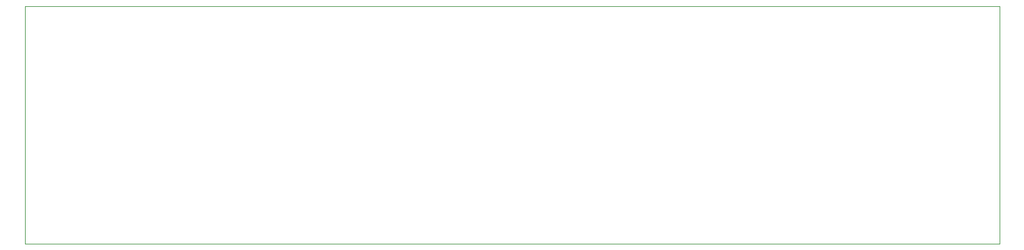
<source format=gbr>
%TF.GenerationSoftware,KiCad,Pcbnew,7.0.5*%
%TF.CreationDate,2023-07-23T12:45:19-06:00*%
%TF.ProjectId,CAN-USB RF Module,43414e2d-5553-4422-9052-46204d6f6475,rev?*%
%TF.SameCoordinates,Original*%
%TF.FileFunction,Profile,NP*%
%FSLAX46Y46*%
G04 Gerber Fmt 4.6, Leading zero omitted, Abs format (unit mm)*
G04 Created by KiCad (PCBNEW 7.0.5) date 2023-07-23 12:45:19*
%MOMM*%
%LPD*%
G01*
G04 APERTURE LIST*
%TA.AperFunction,Profile*%
%ADD10C,0.100000*%
%TD*%
G04 APERTURE END LIST*
D10*
X61214000Y-86106000D02*
X193167000Y-86106000D01*
X193167000Y-118364000D01*
X61214000Y-118364000D01*
X61214000Y-86106000D01*
M02*

</source>
